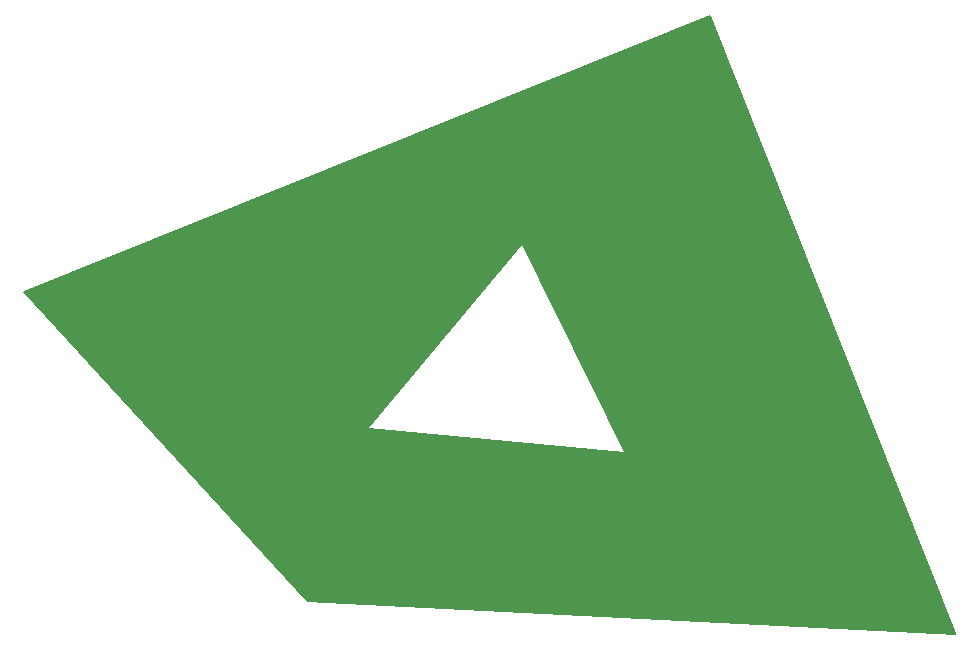
<source format=gtl>
G04 Layer_Physical_Order=1*
G04 Layer_Color=255*
%FSLAX25Y25*%
%MOIN*%
G70*
G01*
G75*
G36*
X464631Y387171D02*
X546329Y181430D01*
X546038Y181024D01*
X330000Y192000D01*
X235297Y295176D01*
X235408Y295664D01*
X464171Y387368D01*
X464631Y387171D01*
D02*
G37*
%LPC*%
G36*
X401500Y311000D02*
X350500Y250000D01*
X435500Y242000D01*
X401500Y311000D01*
D02*
G37*
%LPD*%
M02*

</source>
